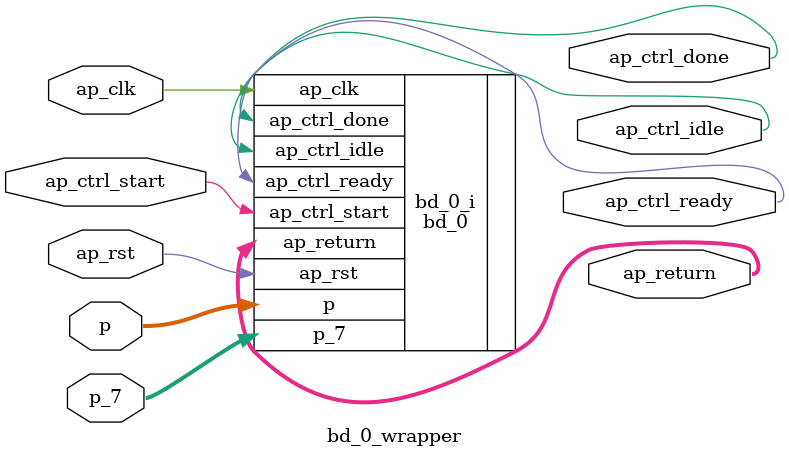
<source format=v>
`timescale 1 ps / 1 ps

module bd_0_wrapper
   (ap_clk,
    ap_ctrl_done,
    ap_ctrl_idle,
    ap_ctrl_ready,
    ap_ctrl_start,
    ap_return,
    ap_rst,
    p,
    p_7);
  input ap_clk;
  output ap_ctrl_done;
  output ap_ctrl_idle;
  output ap_ctrl_ready;
  input ap_ctrl_start;
  output [31:0]ap_return;
  input ap_rst;
  input [15:0]p;
  input [31:0]p_7;

  wire ap_clk;
  wire ap_ctrl_done;
  wire ap_ctrl_idle;
  wire ap_ctrl_ready;
  wire ap_ctrl_start;
  wire [31:0]ap_return;
  wire ap_rst;
  wire [15:0]p;
  wire [31:0]p_7;

  bd_0 bd_0_i
       (.ap_clk(ap_clk),
        .ap_ctrl_done(ap_ctrl_done),
        .ap_ctrl_idle(ap_ctrl_idle),
        .ap_ctrl_ready(ap_ctrl_ready),
        .ap_ctrl_start(ap_ctrl_start),
        .ap_return(ap_return),
        .ap_rst(ap_rst),
        .p(p),
        .p_7(p_7));
endmodule

</source>
